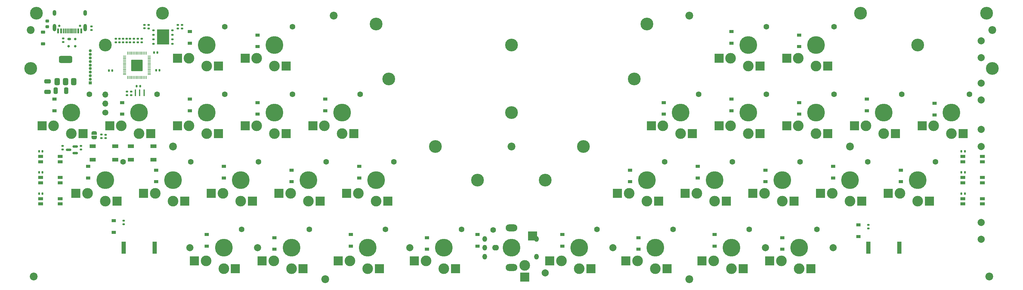
<source format=gbs>
G04 #@! TF.GenerationSoftware,KiCad,Pcbnew,8.0.5*
G04 #@! TF.CreationDate,2024-09-18T06:09:18+09:00*
G04 #@! TF.ProjectId,SandyLP_Base,53616e64-794c-4505-9f42-6173652e6b69,v.0*
G04 #@! TF.SameCoordinates,Original*
G04 #@! TF.FileFunction,Soldermask,Bot*
G04 #@! TF.FilePolarity,Negative*
%FSLAX46Y46*%
G04 Gerber Fmt 4.6, Leading zero omitted, Abs format (unit mm)*
G04 Created by KiCad (PCBNEW 8.0.5) date 2024-09-18 06:09:18*
%MOMM*%
%LPD*%
G01*
G04 APERTURE LIST*
G04 Aperture macros list*
%AMRoundRect*
0 Rectangle with rounded corners*
0 $1 Rounding radius*
0 $2 $3 $4 $5 $6 $7 $8 $9 X,Y pos of 4 corners*
0 Add a 4 corners polygon primitive as box body*
4,1,4,$2,$3,$4,$5,$6,$7,$8,$9,$2,$3,0*
0 Add four circle primitives for the rounded corners*
1,1,$1+$1,$2,$3*
1,1,$1+$1,$4,$5*
1,1,$1+$1,$6,$7*
1,1,$1+$1,$8,$9*
0 Add four rect primitives between the rounded corners*
20,1,$1+$1,$2,$3,$4,$5,0*
20,1,$1+$1,$4,$5,$6,$7,0*
20,1,$1+$1,$6,$7,$8,$9,0*
20,1,$1+$1,$8,$9,$2,$3,0*%
%AMFreePoly0*
4,1,19,0.500000,-0.750000,0.000000,-0.750000,0.000000,-0.744911,-0.071157,-0.744911,-0.207708,-0.704816,-0.327430,-0.627875,-0.420627,-0.520320,-0.479746,-0.390866,-0.500000,-0.250000,-0.500000,0.250000,-0.479746,0.390866,-0.420627,0.520320,-0.327430,0.627875,-0.207708,0.704816,-0.071157,0.744911,0.000000,0.744911,0.000000,0.750000,0.500000,0.750000,0.500000,-0.750000,0.500000,-0.750000,
$1*%
%AMFreePoly1*
4,1,19,0.000000,0.744911,0.071157,0.744911,0.207708,0.704816,0.327430,0.627875,0.420627,0.520320,0.479746,0.390866,0.500000,0.250000,0.500000,-0.250000,0.479746,-0.390866,0.420627,-0.520320,0.327430,-0.627875,0.207708,-0.704816,0.071157,-0.744911,0.000000,-0.744911,0.000000,-0.750000,-0.500000,-0.750000,-0.500000,0.750000,0.000000,0.750000,0.000000,0.744911,0.000000,0.744911,
$1*%
G04 Aperture macros list end*
%ADD10C,3.000000*%
%ADD11C,5.000000*%
%ADD12C,1.600000*%
%ADD13R,2.600000X2.600000*%
%ADD14C,2.200000*%
%ADD15O,3.300000X2.000000*%
%ADD16O,1.900000X1.600000*%
%ADD17O,1.300000X1.600000*%
%ADD18C,2.000000*%
%ADD19C,0.650000*%
%ADD20R,0.600000X1.450000*%
%ADD21R,0.300000X1.450000*%
%ADD22O,1.000000X1.600000*%
%ADD23O,1.000000X2.100000*%
%ADD24R,1.200000X0.900000*%
%ADD25C,3.600000*%
%ADD26R,1.315624X0.820000*%
%ADD27RoundRect,0.140000X0.170000X-0.140000X0.170000X0.140000X-0.170000X0.140000X-0.170000X-0.140000X0*%
%ADD28RoundRect,0.147500X-0.172500X0.147500X-0.172500X-0.147500X0.172500X-0.147500X0.172500X0.147500X0*%
%ADD29RoundRect,0.135000X0.185000X-0.135000X0.185000X0.135000X-0.185000X0.135000X-0.185000X-0.135000X0*%
%ADD30R,0.850000X0.850000*%
%ADD31O,0.850000X0.850000*%
%ADD32RoundRect,0.135000X-0.185000X0.135000X-0.185000X-0.135000X0.185000X-0.135000X0.185000X0.135000X0*%
%ADD33RoundRect,0.140000X-0.140000X-0.170000X0.140000X-0.170000X0.140000X0.170000X-0.140000X0.170000X0*%
%ADD34RoundRect,0.140000X0.140000X0.170000X-0.140000X0.170000X-0.140000X-0.170000X0.140000X-0.170000X0*%
%ADD35RoundRect,0.375000X0.375000X-0.625000X0.375000X0.625000X-0.375000X0.625000X-0.375000X-0.625000X0*%
%ADD36RoundRect,0.500000X1.400000X-0.500000X1.400000X0.500000X-1.400000X0.500000X-1.400000X-0.500000X0*%
%ADD37RoundRect,0.250000X-0.650000X0.325000X-0.650000X-0.325000X0.650000X-0.325000X0.650000X0.325000X0*%
%ADD38RoundRect,0.218750X-0.256250X0.218750X-0.256250X-0.218750X0.256250X-0.218750X0.256250X0.218750X0*%
%ADD39R,1.700000X1.000000*%
%ADD40RoundRect,0.250000X0.325000X0.650000X-0.325000X0.650000X-0.325000X-0.650000X0.325000X-0.650000X0*%
%ADD41C,1.700000*%
%ADD42O,1.700000X1.700000*%
%ADD43RoundRect,0.140000X-0.170000X0.140000X-0.170000X-0.140000X0.170000X-0.140000X0.170000X0.140000X0*%
%ADD44RoundRect,0.225000X0.375000X-0.225000X0.375000X0.225000X-0.375000X0.225000X-0.375000X-0.225000X0*%
%ADD45R,1.300000X3.400000*%
%ADD46RoundRect,0.125000X0.250000X0.125000X-0.250000X0.125000X-0.250000X-0.125000X0.250000X-0.125000X0*%
%ADD47R,3.400000X4.300000*%
%ADD48FreePoly0,90.000000*%
%ADD49FreePoly1,90.000000*%
%ADD50RoundRect,0.135000X-0.135000X-0.185000X0.135000X-0.185000X0.135000X0.185000X-0.135000X0.185000X0*%
%ADD51RoundRect,0.175000X-0.325000X0.175000X-0.325000X-0.175000X0.325000X-0.175000X0.325000X0.175000X0*%
%ADD52RoundRect,0.150000X-0.150000X0.200000X-0.150000X-0.200000X0.150000X-0.200000X0.150000X0.200000X0*%
%ADD53R,0.400000X1.900000*%
%ADD54RoundRect,0.150000X0.587500X0.150000X-0.587500X0.150000X-0.587500X-0.150000X0.587500X-0.150000X0*%
%ADD55RoundRect,0.050000X0.387500X0.050000X-0.387500X0.050000X-0.387500X-0.050000X0.387500X-0.050000X0*%
%ADD56RoundRect,0.050000X0.050000X0.387500X-0.050000X0.387500X-0.050000X-0.387500X0.050000X-0.387500X0*%
%ADD57RoundRect,0.144000X1.456000X1.456000X-1.456000X1.456000X-1.456000X-1.456000X1.456000X-1.456000X0*%
G04 APERTURE END LIST*
D10*
X230371695Y-87903685D03*
D11*
X235371695Y-84153685D03*
D10*
X235371695Y-90103685D03*
D12*
X240371695Y-79003685D03*
D13*
X238646695Y-90103685D03*
X227096695Y-87903685D03*
D10*
X249421775Y-87903685D03*
D11*
X254421775Y-84153685D03*
D10*
X254421775Y-90103685D03*
D12*
X259421775Y-79003685D03*
D13*
X257696775Y-90103685D03*
X246146775Y-87903685D03*
D10*
X49395935Y-68853565D03*
D11*
X54395935Y-65103565D03*
D10*
X54395935Y-71053565D03*
D12*
X59395935Y-59953565D03*
D13*
X57670935Y-71053565D03*
X46120935Y-68853565D03*
D10*
X77970935Y-87903645D03*
D11*
X82970935Y-84153645D03*
D10*
X82970935Y-90103645D03*
D12*
X87970935Y-79003645D03*
D13*
X86245935Y-90103645D03*
X74695935Y-87903645D03*
D10*
X87495935Y-68853565D03*
D11*
X92495935Y-65103565D03*
D10*
X92495935Y-71053565D03*
D12*
X97495935Y-59953565D03*
D13*
X95770935Y-71053565D03*
X84220935Y-68853565D03*
D10*
X87495935Y-49803485D03*
D11*
X92495935Y-46053485D03*
D10*
X92495935Y-52003485D03*
D12*
X97495935Y-40903485D03*
D13*
X95770935Y-52003485D03*
X84220935Y-49803485D03*
D10*
X106545935Y-68853565D03*
D11*
X111545935Y-65103565D03*
D10*
X111545935Y-71053565D03*
D12*
X116545935Y-59953565D03*
D13*
X114820935Y-71053565D03*
X103270935Y-68853565D03*
D10*
X220846655Y-49803525D03*
D11*
X225846655Y-46053525D03*
D10*
X225846655Y-52003525D03*
D12*
X230846655Y-40903525D03*
D13*
X229121655Y-52003525D03*
X217571655Y-49803525D03*
D10*
X220846655Y-68853605D03*
D11*
X225846655Y-65103605D03*
D10*
X225846655Y-71053605D03*
D12*
X230846655Y-59953605D03*
D13*
X229121655Y-71053605D03*
X217571655Y-68853605D03*
D10*
X239896735Y-68853605D03*
D11*
X244896735Y-65103605D03*
D10*
X244896735Y-71053605D03*
D12*
X249896735Y-59953605D03*
D13*
X248171735Y-71053605D03*
X236621735Y-68853605D03*
D10*
X211321615Y-87903645D03*
D11*
X216321615Y-84153645D03*
D10*
X216321615Y-90103645D03*
D12*
X221321615Y-79003645D03*
D13*
X219596615Y-90103645D03*
X208046615Y-87903645D03*
D10*
X192271535Y-87903645D03*
D11*
X197271535Y-84153645D03*
D10*
X197271535Y-90103645D03*
D12*
X202271535Y-79003645D03*
D13*
X200546535Y-90103645D03*
X188996535Y-87903645D03*
D10*
X239896735Y-49803525D03*
D11*
X244896735Y-46053525D03*
D10*
X244896735Y-52003525D03*
D12*
X249896735Y-40903525D03*
D13*
X248171735Y-52003525D03*
X236621735Y-49803525D03*
D10*
X97020935Y-87903645D03*
D11*
X102020935Y-84153645D03*
D10*
X102020935Y-90103645D03*
D12*
X107020935Y-79003645D03*
D13*
X105295935Y-90103645D03*
X93745935Y-87903645D03*
D10*
X68445935Y-49803485D03*
D11*
X73445935Y-46053485D03*
D10*
X73445935Y-52003485D03*
D12*
X78445935Y-40903485D03*
D13*
X76720935Y-52003485D03*
X65170935Y-49803485D03*
D10*
X58920935Y-87903645D03*
D11*
X63920935Y-84153645D03*
D10*
X63920935Y-90103645D03*
D12*
X68920935Y-79003645D03*
D13*
X67195935Y-90103645D03*
X55645935Y-87903645D03*
D10*
X39870935Y-87903645D03*
D11*
X44870935Y-84153645D03*
D10*
X44870935Y-90103645D03*
D12*
X49870935Y-79003645D03*
D13*
X48145935Y-90103645D03*
X36595935Y-87903645D03*
D10*
X92258435Y-106953765D03*
D11*
X97258435Y-103203765D03*
D10*
X97258435Y-109153765D03*
D12*
X102258435Y-98053765D03*
D13*
X100533435Y-109153765D03*
X88983435Y-106953765D03*
D10*
X216083435Y-106953765D03*
D11*
X221083435Y-103203765D03*
D10*
X221083435Y-109153765D03*
D12*
X226083435Y-98053765D03*
D13*
X224358435Y-109153765D03*
X212808435Y-106953765D03*
D10*
X277995935Y-68853605D03*
D11*
X282995935Y-65103605D03*
D10*
X282995935Y-71053605D03*
D12*
X287995935Y-59953605D03*
D13*
X286270935Y-71053605D03*
X274720935Y-68853605D03*
D10*
X258945975Y-68853765D03*
D11*
X263945975Y-65103765D03*
D10*
X263945975Y-71053765D03*
D12*
X268945975Y-59953765D03*
D13*
X267220975Y-71053765D03*
X255670975Y-68853765D03*
D10*
X30345935Y-68853765D03*
D11*
X35345935Y-65103765D03*
D10*
X35345935Y-71053765D03*
D12*
X40345935Y-59953765D03*
D13*
X38620935Y-71053765D03*
X27070935Y-68853765D03*
D10*
X268472015Y-87903685D03*
D11*
X273472015Y-84153685D03*
D10*
X273472015Y-90103685D03*
D12*
X278472015Y-79003685D03*
D13*
X276747015Y-90103685D03*
X265197015Y-87903685D03*
D10*
X68445935Y-68853565D03*
D11*
X73445935Y-65103565D03*
D10*
X73445935Y-71053565D03*
D12*
X78445935Y-59953565D03*
D13*
X76720935Y-71053565D03*
X65170935Y-68853565D03*
D14*
X23895935Y-41840905D03*
X109164685Y-37719030D03*
X209177185Y-37719030D03*
D10*
X73208434Y-106953765D03*
D11*
X78208434Y-103203765D03*
D10*
X78208434Y-109153765D03*
D12*
X83208434Y-98053765D03*
D13*
X81483434Y-109153765D03*
X69933434Y-106953765D03*
D14*
X294445935Y-41840905D03*
D10*
X201796575Y-68853565D03*
D11*
X206796575Y-65103565D03*
D10*
X206796575Y-71053565D03*
D12*
X211796575Y-59953565D03*
D13*
X210071575Y-71053565D03*
X198521575Y-68853565D03*
D10*
X113689685Y-106953405D03*
D11*
X118689685Y-103203405D03*
D10*
X118689685Y-109153405D03*
D12*
X123689685Y-98053405D03*
D13*
X121964685Y-109153405D03*
X110414685Y-106953405D03*
D14*
X106783435Y-112087780D03*
X24695935Y-111287780D03*
D10*
X235133435Y-106953405D03*
D11*
X240133435Y-103203405D03*
D10*
X240133435Y-109153405D03*
D12*
X245133435Y-98053405D03*
D13*
X243408435Y-109153405D03*
X231858435Y-106953405D03*
D15*
X159170935Y-108803765D03*
D10*
X162920935Y-108203765D03*
D16*
X154670935Y-103203765D03*
D11*
X159170935Y-103203765D03*
D12*
X154020935Y-98203765D03*
D15*
X159170935Y-97603765D03*
D17*
X151670935Y-100703765D03*
X151670935Y-105703765D03*
X151670935Y-103203765D03*
X166170935Y-100703765D03*
D13*
X165120935Y-99928765D03*
X162920935Y-111478765D03*
D17*
X166170935Y-105703765D03*
D10*
X135121375Y-106953765D03*
D11*
X140121375Y-103203765D03*
D10*
X140121375Y-109153765D03*
D12*
X145121375Y-98053765D03*
D13*
X143396375Y-109153765D03*
X131846375Y-106953765D03*
D10*
X116070935Y-87903405D03*
D11*
X121070935Y-84153405D03*
D10*
X121070935Y-90103405D03*
D12*
X126070935Y-79003405D03*
D13*
X124345935Y-90103405D03*
X112795935Y-87903405D03*
D10*
X194652185Y-106953405D03*
D11*
X199652185Y-103203405D03*
D10*
X199652185Y-109153405D03*
D12*
X204652185Y-98053405D03*
D13*
X202927185Y-109153405D03*
X191377185Y-106953405D03*
D10*
X173220975Y-106953765D03*
D11*
X178220975Y-103203765D03*
D10*
X178220975Y-109153765D03*
D12*
X183220975Y-98053765D03*
D13*
X181495975Y-109153765D03*
X169945975Y-106953765D03*
D14*
X293645935Y-111287780D03*
X63920935Y-74628405D03*
X254420935Y-74628405D03*
X159170935Y-74628405D03*
X209177185Y-112087780D03*
D18*
X130595934Y-103203405D03*
X187745934Y-103203405D03*
X249658434Y-103203405D03*
X68683434Y-103203405D03*
X291330310Y-69865905D03*
X291330310Y-96059655D03*
X230608434Y-103203405D03*
X291330310Y-49625280D03*
X291330310Y-74628405D03*
X291330310Y-56769030D03*
X291330310Y-61531530D03*
D19*
X31955935Y-40647115D03*
X37735935Y-40647115D03*
D20*
X31595935Y-42092115D03*
X32395935Y-42092115D03*
D21*
X33595935Y-42092115D03*
X34595935Y-42092115D03*
X35095935Y-42092115D03*
X36095935Y-42092115D03*
D20*
X37295935Y-42092115D03*
X38095935Y-42092115D03*
X38095935Y-42092115D03*
X37295935Y-42092115D03*
D21*
X36595935Y-42092115D03*
X35595935Y-42092115D03*
X34095935Y-42092115D03*
X33095935Y-42092115D03*
D20*
X32395935Y-42092115D03*
X31595935Y-42092115D03*
D22*
X30525935Y-36997115D03*
D23*
X30525935Y-41177115D03*
D22*
X39165935Y-36997115D03*
D23*
X39165935Y-41177115D03*
D18*
X168696059Y-110347219D03*
X291330310Y-44862780D03*
X87733434Y-103203405D03*
D24*
X68670935Y-61278405D03*
X68670935Y-64578405D03*
D25*
X257345935Y-37078405D03*
D24*
X87733435Y-62262780D03*
X87733435Y-65562780D03*
D25*
X124642810Y-55578405D03*
D24*
X92495935Y-100362780D03*
X92495935Y-103662780D03*
X135358435Y-100362780D03*
X135358435Y-103662780D03*
D26*
X26634998Y-89356530D03*
X26634998Y-90856530D03*
X32150622Y-90856530D03*
X32150622Y-89356530D03*
D27*
X48858435Y-45264655D03*
X48858435Y-44304655D03*
D25*
X149645935Y-84153405D03*
D28*
X44970935Y-71339655D03*
X44970935Y-72309655D03*
D26*
X286191248Y-89356530D03*
X286191248Y-90856530D03*
X291706872Y-90856530D03*
X291706872Y-89356530D03*
D29*
X52958435Y-45294655D03*
X52958435Y-44274655D03*
D30*
X40658435Y-56684655D03*
D31*
X40658435Y-55684655D03*
X40658435Y-54684655D03*
X40658435Y-53684655D03*
X40658435Y-52684655D03*
X40658435Y-51684655D03*
X40658435Y-50684655D03*
X40658435Y-49684655D03*
X40658435Y-48684655D03*
X40658435Y-47684655D03*
D24*
X78208435Y-80278405D03*
X78208435Y-83578405D03*
D32*
X65270935Y-40364655D03*
X65270935Y-41384655D03*
D33*
X59190935Y-53184655D03*
X60150935Y-53184655D03*
D25*
X292845935Y-37078405D03*
D34*
X286738435Y-87984655D03*
X285778435Y-87984655D03*
D33*
X58578435Y-48184655D03*
X59538435Y-48184655D03*
D24*
X192508435Y-81312780D03*
X192508435Y-84612780D03*
D35*
X35958435Y-56378405D03*
X33658435Y-56378405D03*
D36*
X33658435Y-50078405D03*
D35*
X31358435Y-56378405D03*
D27*
X54058435Y-45264655D03*
X54058435Y-44304655D03*
D37*
X28658435Y-56278405D03*
X28658435Y-59228405D03*
D24*
X113927185Y-99478405D03*
X113927185Y-102778405D03*
D25*
X25495935Y-37078405D03*
D24*
X249658435Y-80278405D03*
X249658435Y-83578405D03*
D34*
X286738435Y-81984655D03*
X285778435Y-81984655D03*
D29*
X259595934Y-97788405D03*
X259595934Y-96768405D03*
D25*
X294445935Y-52678405D03*
X44870935Y-46053405D03*
D38*
X28495935Y-39303405D03*
X28495935Y-40878405D03*
D39*
X47658435Y-74584655D03*
X41358435Y-74584655D03*
X47658435Y-78384655D03*
X41358435Y-78384655D03*
D40*
X33858435Y-58928405D03*
X30908435Y-58928405D03*
D27*
X47858435Y-45264655D03*
X47858435Y-44304655D03*
D24*
X221070935Y-61278405D03*
X221070935Y-64578405D03*
X230608435Y-81312780D03*
X230608435Y-84612780D03*
D41*
X44870935Y-65128405D03*
D42*
X44870935Y-62588405D03*
X44870935Y-60048405D03*
D24*
X194889685Y-100362780D03*
X194889685Y-103662780D03*
D25*
X159170935Y-46053405D03*
D43*
X52158435Y-59204655D03*
X52158435Y-60164655D03*
D24*
X211558435Y-80278405D03*
X211558435Y-83578405D03*
D44*
X27345935Y-45747115D03*
X27345935Y-42447115D03*
D25*
X179411560Y-74628405D03*
D45*
X50045935Y-103203405D03*
X58745935Y-103203405D03*
D24*
X256802184Y-96790905D03*
X256802184Y-100090905D03*
D46*
X63795935Y-41879655D03*
X63795935Y-43149655D03*
X63795935Y-44419655D03*
X63795935Y-45689655D03*
X58395935Y-45689655D03*
X58395935Y-44419655D03*
X58395935Y-43149655D03*
X58395935Y-41879655D03*
D47*
X61095935Y-43784655D03*
D18*
X291330310Y-100822155D03*
D43*
X50958435Y-59204655D03*
X50958435Y-60164655D03*
D25*
X197270935Y-40100280D03*
D29*
X51858435Y-45294655D03*
X51858435Y-44274655D03*
D48*
X41758435Y-72134655D03*
D49*
X41758435Y-70834655D03*
D27*
X55158435Y-45264655D03*
X55158435Y-44304655D03*
D24*
X202033435Y-62262780D03*
X202033435Y-65562780D03*
D26*
X286191248Y-83403405D03*
X286191248Y-84903405D03*
X291706872Y-84903405D03*
X291706872Y-83403405D03*
D24*
X240133435Y-62262780D03*
X240133435Y-65562780D03*
D50*
X53648435Y-57684655D03*
X54668435Y-57684655D03*
D34*
X27218435Y-75984655D03*
X26258435Y-75984655D03*
D26*
X286191248Y-77450280D03*
X286191248Y-78950280D03*
X291706872Y-78950280D03*
X291706872Y-77450280D03*
D24*
X173458435Y-99478405D03*
X173458435Y-102778405D03*
D39*
X58408435Y-74584655D03*
X52108435Y-74584655D03*
X58408435Y-78384655D03*
X52108435Y-78384655D03*
D24*
X268708435Y-81312780D03*
X268708435Y-84612780D03*
D45*
X259595935Y-103203405D03*
X268295935Y-103203405D03*
D25*
X159170935Y-65103405D03*
D29*
X32858435Y-75534655D03*
X32858435Y-74514655D03*
D25*
X137739685Y-74628405D03*
D26*
X26634998Y-83403405D03*
X26634998Y-84903405D03*
X32150622Y-84903405D03*
X32150622Y-83403405D03*
X26634998Y-77450280D03*
X26634998Y-78950280D03*
X32150622Y-78950280D03*
X32150622Y-77450280D03*
D25*
X168695935Y-84153405D03*
D27*
X49858435Y-45264655D03*
X49858435Y-44304655D03*
D24*
X30570935Y-61278405D03*
X30570935Y-64578405D03*
X221070935Y-42278405D03*
X221070935Y-45578405D03*
D34*
X286738435Y-75984655D03*
X285778435Y-75984655D03*
D25*
X121070935Y-40100280D03*
D51*
X34708435Y-44384655D03*
D52*
X36408435Y-44384655D03*
X36408435Y-46384655D03*
X34508435Y-46384655D03*
D29*
X40945935Y-41784655D03*
X40945935Y-40764655D03*
D24*
X278233435Y-62478405D03*
X278233435Y-65778405D03*
D53*
X55758435Y-59484655D03*
X54558435Y-59484655D03*
X53358435Y-59484655D03*
D24*
X87733435Y-43212780D03*
X87733435Y-46512780D03*
X47252184Y-95600280D03*
X47252184Y-98900280D03*
D34*
X46850935Y-53228405D03*
X45890935Y-53228405D03*
D27*
X55858435Y-41344655D03*
X55858435Y-40384655D03*
D32*
X66470935Y-40368405D03*
X66470935Y-41388405D03*
D24*
X59158435Y-81312780D03*
X59158435Y-84612780D03*
X97258435Y-81312780D03*
X97258435Y-84612780D03*
D29*
X38048435Y-75524655D03*
X38048435Y-74504655D03*
D24*
X116308435Y-80278405D03*
X116308435Y-83578405D03*
X235370935Y-100362780D03*
X235370935Y-103662780D03*
X106783435Y-61278405D03*
X106783435Y-64578405D03*
D25*
X60995935Y-37078405D03*
D54*
X36395935Y-74634655D03*
X36395935Y-76534655D03*
X34520935Y-75584655D03*
D24*
X149645935Y-99478405D03*
X149645935Y-102778405D03*
D34*
X27218435Y-81984655D03*
X26258435Y-81984655D03*
D32*
X33058435Y-44209655D03*
X33058435Y-45229655D03*
D55*
X57195935Y-49184655D03*
X57195935Y-49584655D03*
X57195935Y-49984655D03*
X57195935Y-50384655D03*
X57195935Y-50784655D03*
X57195935Y-51184655D03*
X57195935Y-51584655D03*
X57195935Y-51984655D03*
X57195935Y-52384655D03*
X57195935Y-52784655D03*
X57195935Y-53184655D03*
X57195935Y-53584655D03*
X57195935Y-53984655D03*
X57195935Y-54384655D03*
D56*
X56358435Y-55222155D03*
X55958435Y-55222155D03*
X55558435Y-55222155D03*
X55158435Y-55222155D03*
X54758435Y-55222155D03*
X54358435Y-55222155D03*
X53958435Y-55222155D03*
X53558435Y-55222155D03*
X53158435Y-55222155D03*
X52758435Y-55222155D03*
X52358435Y-55222155D03*
X51958435Y-55222155D03*
X51558435Y-55222155D03*
X51158435Y-55222155D03*
D55*
X50320935Y-54384655D03*
X50320935Y-53984655D03*
X50320935Y-53584655D03*
X50320935Y-53184655D03*
X50320935Y-52784655D03*
X50320935Y-52384655D03*
X50320935Y-51984655D03*
X50320935Y-51584655D03*
X50320935Y-51184655D03*
X50320935Y-50784655D03*
X50320935Y-50384655D03*
X50320935Y-49984655D03*
X50320935Y-49584655D03*
X50320935Y-49184655D03*
D56*
X51158435Y-48347155D03*
X51558435Y-48347155D03*
X51958435Y-48347155D03*
X52358435Y-48347155D03*
X52758435Y-48347155D03*
X53158435Y-48347155D03*
X53558435Y-48347155D03*
X53958435Y-48347155D03*
X54358435Y-48347155D03*
X54758435Y-48347155D03*
X55158435Y-48347155D03*
X55558435Y-48347155D03*
X55958435Y-48347155D03*
X56358435Y-48347155D03*
D57*
X53758435Y-51784655D03*
D24*
X73445935Y-99478405D03*
X73445935Y-102778405D03*
D27*
X57058435Y-41364655D03*
X57058435Y-40404655D03*
D29*
X43758435Y-72334655D03*
X43758435Y-71314655D03*
D24*
X259183435Y-61278405D03*
X259183435Y-64578405D03*
D34*
X27218435Y-87984655D03*
X26258435Y-87984655D03*
D24*
X40070935Y-80278405D03*
X40070935Y-83578405D03*
X68670935Y-42278405D03*
X68670935Y-45578405D03*
X240133435Y-43212780D03*
X240133435Y-46512780D03*
D29*
X50045934Y-96598405D03*
X50045934Y-95578405D03*
D27*
X50858435Y-45264655D03*
X50858435Y-44304655D03*
D25*
X23895935Y-52678405D03*
X273470935Y-46053405D03*
D24*
X216320935Y-99478405D03*
X216320935Y-102778405D03*
D25*
X193699060Y-55578405D03*
D24*
X49633435Y-62262780D03*
X49633435Y-65562780D03*
M02*

</source>
